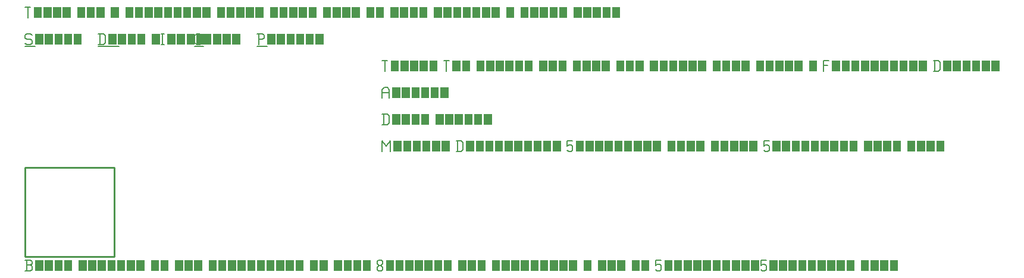
<source format=gbr>
G04 start of page 3 for group -1 layer_idx 16777221 *
G04 Title: Two lines, one over the other, full cover, <virtual group> *
G04 Creator: <version>
G04 CreationDate: <date>
G04 For:  *
G04 Format: Gerber/RS-274X *
G04 PCB-Dimensions: 50000 50000 *
G04 PCB-Coordinate-Origin: lower left *
%MOIN*%
%FSLAX25Y25*%
%LNFAB*%
%ADD14C,0.0100*%
%ADD13C,0.0001*%
%ADD12C,0.0060*%
G54D12*X3000Y125000D02*X3750Y124250D01*
X750Y125000D02*X3000D01*
X0Y124250D02*X750Y125000D01*
X0Y124250D02*Y122750D01*
X750Y122000D01*
X3000D01*
X3750Y121250D01*
Y119750D01*
X3000Y119000D02*X3750Y119750D01*
X750Y119000D02*X3000D01*
X0Y119750D02*X750Y119000D01*
G54D13*G36*
X5550Y125000D02*Y119000D01*
X10050D01*
Y125000D01*
X5550D01*
G37*
G36*
X10950D02*Y119000D01*
X15450D01*
Y125000D01*
X10950D01*
G37*
G36*
X16350D02*Y119000D01*
X20850D01*
Y125000D01*
X16350D01*
G37*
G36*
X21750D02*Y119000D01*
X26250D01*
Y125000D01*
X21750D01*
G37*
G36*
X27150D02*Y119000D01*
X31650D01*
Y125000D01*
X27150D01*
G37*
G54D12*X0Y118000D02*X5550D01*
X41750Y125000D02*Y119000D01*
X43700Y125000D02*X44750Y123950D01*
Y120050D01*
X43700Y119000D02*X44750Y120050D01*
X41000Y119000D02*X43700D01*
X41000Y125000D02*X43700D01*
G54D13*G36*
X46550D02*Y119000D01*
X51050D01*
Y125000D01*
X46550D01*
G37*
G36*
X51950D02*Y119000D01*
X56450D01*
Y125000D01*
X51950D01*
G37*
G36*
X57350D02*Y119000D01*
X61850D01*
Y125000D01*
X57350D01*
G37*
G36*
X62750D02*Y119000D01*
X67250D01*
Y125000D01*
X62750D01*
G37*
G36*
X70850D02*Y119000D01*
X75350D01*
Y125000D01*
X70850D01*
G37*
G54D12*X76250D02*X77750D01*
X77000D02*Y119000D01*
X76250D02*X77750D01*
G54D13*G36*
X79550Y125000D02*Y119000D01*
X84050D01*
Y125000D01*
X79550D01*
G37*
G36*
X84950D02*Y119000D01*
X89450D01*
Y125000D01*
X84950D01*
G37*
G36*
X90350D02*Y119000D01*
X94850D01*
Y125000D01*
X90350D01*
G37*
G36*
X95750D02*Y119000D01*
X100250D01*
Y125000D01*
X95750D01*
G37*
G54D12*X41000Y118000D02*X52550D01*
X96050Y119000D02*X98000D01*
X95000Y120050D02*X96050Y119000D01*
X95000Y123950D02*Y120050D01*
Y123950D02*X96050Y125000D01*
X98000D01*
G54D13*G36*
X99800D02*Y119000D01*
X104300D01*
Y125000D01*
X99800D01*
G37*
G36*
X105200D02*Y119000D01*
X109700D01*
Y125000D01*
X105200D01*
G37*
G36*
X110600D02*Y119000D01*
X115100D01*
Y125000D01*
X110600D01*
G37*
G36*
X116000D02*Y119000D01*
X120500D01*
Y125000D01*
X116000D01*
G37*
G54D12*X95000Y118000D02*X99800D01*
X130750Y125000D02*Y119000D01*
X130000Y125000D02*X133000D01*
X133750Y124250D01*
Y122750D01*
X133000Y122000D02*X133750Y122750D01*
X130750Y122000D02*X133000D01*
G54D13*G36*
X135550Y125000D02*Y119000D01*
X140050D01*
Y125000D01*
X135550D01*
G37*
G36*
X140950D02*Y119000D01*
X145450D01*
Y125000D01*
X140950D01*
G37*
G36*
X146350D02*Y119000D01*
X150850D01*
Y125000D01*
X146350D01*
G37*
G36*
X151750D02*Y119000D01*
X156250D01*
Y125000D01*
X151750D01*
G37*
G36*
X157150D02*Y119000D01*
X161650D01*
Y125000D01*
X157150D01*
G37*
G36*
X162550D02*Y119000D01*
X167050D01*
Y125000D01*
X162550D01*
G37*
G54D12*X130000Y118000D02*X135550D01*
X0Y140000D02*X3000D01*
X1500D02*Y134000D01*
G54D13*G36*
X4800Y140000D02*Y134000D01*
X9300D01*
Y140000D01*
X4800D01*
G37*
G36*
X10200D02*Y134000D01*
X14700D01*
Y140000D01*
X10200D01*
G37*
G36*
X15600D02*Y134000D01*
X20100D01*
Y140000D01*
X15600D01*
G37*
G36*
X21000D02*Y134000D01*
X25500D01*
Y140000D01*
X21000D01*
G37*
G36*
X29100D02*Y134000D01*
X33600D01*
Y140000D01*
X29100D01*
G37*
G36*
X34500D02*Y134000D01*
X39000D01*
Y140000D01*
X34500D01*
G37*
G36*
X39900D02*Y134000D01*
X44400D01*
Y140000D01*
X39900D01*
G37*
G36*
X48000D02*Y134000D01*
X52500D01*
Y140000D01*
X48000D01*
G37*
G36*
X56100D02*Y134000D01*
X60600D01*
Y140000D01*
X56100D01*
G37*
G36*
X61500D02*Y134000D01*
X66000D01*
Y140000D01*
X61500D01*
G37*
G36*
X66900D02*Y134000D01*
X71400D01*
Y140000D01*
X66900D01*
G37*
G36*
X72300D02*Y134000D01*
X76800D01*
Y140000D01*
X72300D01*
G37*
G36*
X77700D02*Y134000D01*
X82200D01*
Y140000D01*
X77700D01*
G37*
G36*
X83100D02*Y134000D01*
X87600D01*
Y140000D01*
X83100D01*
G37*
G36*
X88500D02*Y134000D01*
X93000D01*
Y140000D01*
X88500D01*
G37*
G36*
X93900D02*Y134000D01*
X98400D01*
Y140000D01*
X93900D01*
G37*
G36*
X99300D02*Y134000D01*
X103800D01*
Y140000D01*
X99300D01*
G37*
G36*
X107400D02*Y134000D01*
X111900D01*
Y140000D01*
X107400D01*
G37*
G36*
X112800D02*Y134000D01*
X117300D01*
Y140000D01*
X112800D01*
G37*
G36*
X118200D02*Y134000D01*
X122700D01*
Y140000D01*
X118200D01*
G37*
G36*
X123600D02*Y134000D01*
X128100D01*
Y140000D01*
X123600D01*
G37*
G36*
X129000D02*Y134000D01*
X133500D01*
Y140000D01*
X129000D01*
G37*
G36*
X137100D02*Y134000D01*
X141600D01*
Y140000D01*
X137100D01*
G37*
G36*
X142500D02*Y134000D01*
X147000D01*
Y140000D01*
X142500D01*
G37*
G36*
X147900D02*Y134000D01*
X152400D01*
Y140000D01*
X147900D01*
G37*
G36*
X153300D02*Y134000D01*
X157800D01*
Y140000D01*
X153300D01*
G37*
G36*
X158700D02*Y134000D01*
X163200D01*
Y140000D01*
X158700D01*
G37*
G36*
X166800D02*Y134000D01*
X171300D01*
Y140000D01*
X166800D01*
G37*
G36*
X172200D02*Y134000D01*
X176700D01*
Y140000D01*
X172200D01*
G37*
G36*
X177600D02*Y134000D01*
X182100D01*
Y140000D01*
X177600D01*
G37*
G36*
X183000D02*Y134000D01*
X187500D01*
Y140000D01*
X183000D01*
G37*
G36*
X191100D02*Y134000D01*
X195600D01*
Y140000D01*
X191100D01*
G37*
G36*
X196500D02*Y134000D01*
X201000D01*
Y140000D01*
X196500D01*
G37*
G36*
X204600D02*Y134000D01*
X209100D01*
Y140000D01*
X204600D01*
G37*
G36*
X210000D02*Y134000D01*
X214500D01*
Y140000D01*
X210000D01*
G37*
G36*
X215400D02*Y134000D01*
X219900D01*
Y140000D01*
X215400D01*
G37*
G36*
X220800D02*Y134000D01*
X225300D01*
Y140000D01*
X220800D01*
G37*
G36*
X228900D02*Y134000D01*
X233400D01*
Y140000D01*
X228900D01*
G37*
G36*
X234300D02*Y134000D01*
X238800D01*
Y140000D01*
X234300D01*
G37*
G36*
X239700D02*Y134000D01*
X244200D01*
Y140000D01*
X239700D01*
G37*
G36*
X245100D02*Y134000D01*
X249600D01*
Y140000D01*
X245100D01*
G37*
G36*
X250500D02*Y134000D01*
X255000D01*
Y140000D01*
X250500D01*
G37*
G36*
X255900D02*Y134000D01*
X260400D01*
Y140000D01*
X255900D01*
G37*
G36*
X261300D02*Y134000D01*
X265800D01*
Y140000D01*
X261300D01*
G37*
G36*
X269400D02*Y134000D01*
X273900D01*
Y140000D01*
X269400D01*
G37*
G36*
X277500D02*Y134000D01*
X282000D01*
Y140000D01*
X277500D01*
G37*
G36*
X282900D02*Y134000D01*
X287400D01*
Y140000D01*
X282900D01*
G37*
G36*
X288300D02*Y134000D01*
X292800D01*
Y140000D01*
X288300D01*
G37*
G36*
X293700D02*Y134000D01*
X298200D01*
Y140000D01*
X293700D01*
G37*
G36*
X299100D02*Y134000D01*
X303600D01*
Y140000D01*
X299100D01*
G37*
G36*
X307200D02*Y134000D01*
X311700D01*
Y140000D01*
X307200D01*
G37*
G36*
X312600D02*Y134000D01*
X317100D01*
Y140000D01*
X312600D01*
G37*
G36*
X318000D02*Y134000D01*
X322500D01*
Y140000D01*
X318000D01*
G37*
G36*
X323400D02*Y134000D01*
X327900D01*
Y140000D01*
X323400D01*
G37*
G36*
X328800D02*Y134000D01*
X333300D01*
Y140000D01*
X328800D01*
G37*
G54D14*X0Y50000D02*X50000D01*
X0D02*Y0D01*
X50000Y50000D02*Y0D01*
X0D02*X50000D01*
G54D12*X200000Y65000D02*Y59000D01*
Y65000D02*X202250Y62000D01*
X204500Y65000D01*
Y59000D01*
G54D13*G36*
X206300Y65000D02*Y59000D01*
X210800D01*
Y65000D01*
X206300D01*
G37*
G36*
X211700D02*Y59000D01*
X216200D01*
Y65000D01*
X211700D01*
G37*
G36*
X217100D02*Y59000D01*
X221600D01*
Y65000D01*
X217100D01*
G37*
G36*
X222500D02*Y59000D01*
X227000D01*
Y65000D01*
X222500D01*
G37*
G36*
X227900D02*Y59000D01*
X232400D01*
Y65000D01*
X227900D01*
G37*
G36*
X233300D02*Y59000D01*
X237800D01*
Y65000D01*
X233300D01*
G37*
G54D12*X242150D02*Y59000D01*
X244100Y65000D02*X245150Y63950D01*
Y60050D01*
X244100Y59000D02*X245150Y60050D01*
X241400Y59000D02*X244100D01*
X241400Y65000D02*X244100D01*
G54D13*G36*
X246950D02*Y59000D01*
X251450D01*
Y65000D01*
X246950D01*
G37*
G36*
X252350D02*Y59000D01*
X256850D01*
Y65000D01*
X252350D01*
G37*
G36*
X257750D02*Y59000D01*
X262250D01*
Y65000D01*
X257750D01*
G37*
G36*
X263150D02*Y59000D01*
X267650D01*
Y65000D01*
X263150D01*
G37*
G36*
X268550D02*Y59000D01*
X273050D01*
Y65000D01*
X268550D01*
G37*
G36*
X273950D02*Y59000D01*
X278450D01*
Y65000D01*
X273950D01*
G37*
G36*
X279350D02*Y59000D01*
X283850D01*
Y65000D01*
X279350D01*
G37*
G36*
X284750D02*Y59000D01*
X289250D01*
Y65000D01*
X284750D01*
G37*
G36*
X290150D02*Y59000D01*
X294650D01*
Y65000D01*
X290150D01*
G37*
G36*
X295550D02*Y59000D01*
X300050D01*
Y65000D01*
X295550D01*
G37*
G54D12*X303650D02*X306650D01*
X303650D02*Y62000D01*
X304400Y62750D01*
X305900D01*
X306650Y62000D01*
Y59750D01*
X305900Y59000D02*X306650Y59750D01*
X304400Y59000D02*X305900D01*
X303650Y59750D02*X304400Y59000D01*
G54D13*G36*
X308450Y65000D02*Y59000D01*
X312950D01*
Y65000D01*
X308450D01*
G37*
G36*
X313850D02*Y59000D01*
X318350D01*
Y65000D01*
X313850D01*
G37*
G36*
X319250D02*Y59000D01*
X323750D01*
Y65000D01*
X319250D01*
G37*
G36*
X324650D02*Y59000D01*
X329150D01*
Y65000D01*
X324650D01*
G37*
G36*
X330050D02*Y59000D01*
X334550D01*
Y65000D01*
X330050D01*
G37*
G36*
X335450D02*Y59000D01*
X339950D01*
Y65000D01*
X335450D01*
G37*
G36*
X340850D02*Y59000D01*
X345350D01*
Y65000D01*
X340850D01*
G37*
G36*
X346250D02*Y59000D01*
X350750D01*
Y65000D01*
X346250D01*
G37*
G36*
X351650D02*Y59000D01*
X356150D01*
Y65000D01*
X351650D01*
G37*
G36*
X359750D02*Y59000D01*
X364250D01*
Y65000D01*
X359750D01*
G37*
G36*
X365150D02*Y59000D01*
X369650D01*
Y65000D01*
X365150D01*
G37*
G36*
X370550D02*Y59000D01*
X375050D01*
Y65000D01*
X370550D01*
G37*
G36*
X375950D02*Y59000D01*
X380450D01*
Y65000D01*
X375950D01*
G37*
G36*
X384050D02*Y59000D01*
X388550D01*
Y65000D01*
X384050D01*
G37*
G36*
X389450D02*Y59000D01*
X393950D01*
Y65000D01*
X389450D01*
G37*
G36*
X394850D02*Y59000D01*
X399350D01*
Y65000D01*
X394850D01*
G37*
G36*
X400250D02*Y59000D01*
X404750D01*
Y65000D01*
X400250D01*
G37*
G36*
X405650D02*Y59000D01*
X410150D01*
Y65000D01*
X405650D01*
G37*
G54D12*X413750D02*X416750D01*
X413750D02*Y62000D01*
X414500Y62750D01*
X416000D01*
X416750Y62000D01*
Y59750D01*
X416000Y59000D02*X416750Y59750D01*
X414500Y59000D02*X416000D01*
X413750Y59750D02*X414500Y59000D01*
G54D13*G36*
X418550Y65000D02*Y59000D01*
X423050D01*
Y65000D01*
X418550D01*
G37*
G36*
X423950D02*Y59000D01*
X428450D01*
Y65000D01*
X423950D01*
G37*
G36*
X429350D02*Y59000D01*
X433850D01*
Y65000D01*
X429350D01*
G37*
G36*
X434750D02*Y59000D01*
X439250D01*
Y65000D01*
X434750D01*
G37*
G36*
X440150D02*Y59000D01*
X444650D01*
Y65000D01*
X440150D01*
G37*
G36*
X445550D02*Y59000D01*
X450050D01*
Y65000D01*
X445550D01*
G37*
G36*
X450950D02*Y59000D01*
X455450D01*
Y65000D01*
X450950D01*
G37*
G36*
X456350D02*Y59000D01*
X460850D01*
Y65000D01*
X456350D01*
G37*
G36*
X461750D02*Y59000D01*
X466250D01*
Y65000D01*
X461750D01*
G37*
G36*
X469850D02*Y59000D01*
X474350D01*
Y65000D01*
X469850D01*
G37*
G36*
X475250D02*Y59000D01*
X479750D01*
Y65000D01*
X475250D01*
G37*
G36*
X480650D02*Y59000D01*
X485150D01*
Y65000D01*
X480650D01*
G37*
G36*
X486050D02*Y59000D01*
X490550D01*
Y65000D01*
X486050D01*
G37*
G36*
X494150D02*Y59000D01*
X498650D01*
Y65000D01*
X494150D01*
G37*
G36*
X499550D02*Y59000D01*
X504050D01*
Y65000D01*
X499550D01*
G37*
G36*
X504950D02*Y59000D01*
X509450D01*
Y65000D01*
X504950D01*
G37*
G36*
X510350D02*Y59000D01*
X514850D01*
Y65000D01*
X510350D01*
G37*
G54D12*X0Y-8000D02*X3000D01*
X3750Y-7250D01*
Y-5450D02*Y-7250D01*
X3000Y-4700D02*X3750Y-5450D01*
X750Y-4700D02*X3000D01*
X750Y-2000D02*Y-8000D01*
X0Y-2000D02*X3000D01*
X3750Y-2750D01*
Y-3950D01*
X3000Y-4700D02*X3750Y-3950D01*
G54D13*G36*
X5550Y-2000D02*Y-8000D01*
X10050D01*
Y-2000D01*
X5550D01*
G37*
G36*
X10950D02*Y-8000D01*
X15450D01*
Y-2000D01*
X10950D01*
G37*
G36*
X16350D02*Y-8000D01*
X20850D01*
Y-2000D01*
X16350D01*
G37*
G36*
X21750D02*Y-8000D01*
X26250D01*
Y-2000D01*
X21750D01*
G37*
G36*
X29850D02*Y-8000D01*
X34350D01*
Y-2000D01*
X29850D01*
G37*
G36*
X35250D02*Y-8000D01*
X39750D01*
Y-2000D01*
X35250D01*
G37*
G36*
X40650D02*Y-8000D01*
X45150D01*
Y-2000D01*
X40650D01*
G37*
G36*
X46050D02*Y-8000D01*
X50550D01*
Y-2000D01*
X46050D01*
G37*
G36*
X51450D02*Y-8000D01*
X55950D01*
Y-2000D01*
X51450D01*
G37*
G36*
X56850D02*Y-8000D01*
X61350D01*
Y-2000D01*
X56850D01*
G37*
G36*
X62250D02*Y-8000D01*
X66750D01*
Y-2000D01*
X62250D01*
G37*
G36*
X70350D02*Y-8000D01*
X74850D01*
Y-2000D01*
X70350D01*
G37*
G36*
X75750D02*Y-8000D01*
X80250D01*
Y-2000D01*
X75750D01*
G37*
G36*
X83850D02*Y-8000D01*
X88350D01*
Y-2000D01*
X83850D01*
G37*
G36*
X89250D02*Y-8000D01*
X93750D01*
Y-2000D01*
X89250D01*
G37*
G36*
X94650D02*Y-8000D01*
X99150D01*
Y-2000D01*
X94650D01*
G37*
G36*
X102750D02*Y-8000D01*
X107250D01*
Y-2000D01*
X102750D01*
G37*
G36*
X108150D02*Y-8000D01*
X112650D01*
Y-2000D01*
X108150D01*
G37*
G36*
X113550D02*Y-8000D01*
X118050D01*
Y-2000D01*
X113550D01*
G37*
G36*
X118950D02*Y-8000D01*
X123450D01*
Y-2000D01*
X118950D01*
G37*
G36*
X124350D02*Y-8000D01*
X128850D01*
Y-2000D01*
X124350D01*
G37*
G36*
X129750D02*Y-8000D01*
X134250D01*
Y-2000D01*
X129750D01*
G37*
G36*
X135150D02*Y-8000D01*
X139650D01*
Y-2000D01*
X135150D01*
G37*
G36*
X140550D02*Y-8000D01*
X145050D01*
Y-2000D01*
X140550D01*
G37*
G36*
X145950D02*Y-8000D01*
X150450D01*
Y-2000D01*
X145950D01*
G37*
G36*
X151350D02*Y-8000D01*
X155850D01*
Y-2000D01*
X151350D01*
G37*
G36*
X159450D02*Y-8000D01*
X163950D01*
Y-2000D01*
X159450D01*
G37*
G36*
X164850D02*Y-8000D01*
X169350D01*
Y-2000D01*
X164850D01*
G37*
G36*
X172950D02*Y-8000D01*
X177450D01*
Y-2000D01*
X172950D01*
G37*
G36*
X178350D02*Y-8000D01*
X182850D01*
Y-2000D01*
X178350D01*
G37*
G36*
X183750D02*Y-8000D01*
X188250D01*
Y-2000D01*
X183750D01*
G37*
G36*
X189150D02*Y-8000D01*
X193650D01*
Y-2000D01*
X189150D01*
G37*
G54D12*X197250Y-7250D02*X198000Y-8000D01*
X197250Y-6050D02*Y-7250D01*
Y-6050D02*X198300Y-5000D01*
X199200D01*
X200250Y-6050D01*
Y-7250D01*
X199500Y-8000D02*X200250Y-7250D01*
X198000Y-8000D02*X199500D01*
X197250Y-3950D02*X198300Y-5000D01*
X197250Y-2750D02*Y-3950D01*
Y-2750D02*X198000Y-2000D01*
X199500D01*
X200250Y-2750D01*
Y-3950D01*
X199200Y-5000D02*X200250Y-3950D01*
G54D13*G36*
X202050Y-2000D02*Y-8000D01*
X206550D01*
Y-2000D01*
X202050D01*
G37*
G36*
X207450D02*Y-8000D01*
X211950D01*
Y-2000D01*
X207450D01*
G37*
G36*
X212850D02*Y-8000D01*
X217350D01*
Y-2000D01*
X212850D01*
G37*
G36*
X218250D02*Y-8000D01*
X222750D01*
Y-2000D01*
X218250D01*
G37*
G36*
X223650D02*Y-8000D01*
X228150D01*
Y-2000D01*
X223650D01*
G37*
G36*
X229050D02*Y-8000D01*
X233550D01*
Y-2000D01*
X229050D01*
G37*
G36*
X234450D02*Y-8000D01*
X238950D01*
Y-2000D01*
X234450D01*
G37*
G36*
X242550D02*Y-8000D01*
X247050D01*
Y-2000D01*
X242550D01*
G37*
G36*
X247950D02*Y-8000D01*
X252450D01*
Y-2000D01*
X247950D01*
G37*
G36*
X253350D02*Y-8000D01*
X257850D01*
Y-2000D01*
X253350D01*
G37*
G36*
X261450D02*Y-8000D01*
X265950D01*
Y-2000D01*
X261450D01*
G37*
G36*
X266850D02*Y-8000D01*
X271350D01*
Y-2000D01*
X266850D01*
G37*
G36*
X272250D02*Y-8000D01*
X276750D01*
Y-2000D01*
X272250D01*
G37*
G36*
X277650D02*Y-8000D01*
X282150D01*
Y-2000D01*
X277650D01*
G37*
G36*
X283050D02*Y-8000D01*
X287550D01*
Y-2000D01*
X283050D01*
G37*
G36*
X288450D02*Y-8000D01*
X292950D01*
Y-2000D01*
X288450D01*
G37*
G36*
X293850D02*Y-8000D01*
X298350D01*
Y-2000D01*
X293850D01*
G37*
G36*
X299250D02*Y-8000D01*
X303750D01*
Y-2000D01*
X299250D01*
G37*
G36*
X304650D02*Y-8000D01*
X309150D01*
Y-2000D01*
X304650D01*
G37*
G36*
X312750D02*Y-8000D01*
X317250D01*
Y-2000D01*
X312750D01*
G37*
G36*
X320850D02*Y-8000D01*
X325350D01*
Y-2000D01*
X320850D01*
G37*
G36*
X326250D02*Y-8000D01*
X330750D01*
Y-2000D01*
X326250D01*
G37*
G36*
X331650D02*Y-8000D01*
X336150D01*
Y-2000D01*
X331650D01*
G37*
G36*
X339750D02*Y-8000D01*
X344250D01*
Y-2000D01*
X339750D01*
G37*
G36*
X345150D02*Y-8000D01*
X349650D01*
Y-2000D01*
X345150D01*
G37*
G54D12*X353250D02*X356250D01*
X353250D02*Y-5000D01*
X354000Y-4250D01*
X355500D01*
X356250Y-5000D01*
Y-7250D01*
X355500Y-8000D02*X356250Y-7250D01*
X354000Y-8000D02*X355500D01*
X353250Y-7250D02*X354000Y-8000D01*
G54D13*G36*
X358050Y-2000D02*Y-8000D01*
X362550D01*
Y-2000D01*
X358050D01*
G37*
G36*
X363450D02*Y-8000D01*
X367950D01*
Y-2000D01*
X363450D01*
G37*
G36*
X368850D02*Y-8000D01*
X373350D01*
Y-2000D01*
X368850D01*
G37*
G36*
X374250D02*Y-8000D01*
X378750D01*
Y-2000D01*
X374250D01*
G37*
G36*
X379650D02*Y-8000D01*
X384150D01*
Y-2000D01*
X379650D01*
G37*
G36*
X385050D02*Y-8000D01*
X389550D01*
Y-2000D01*
X385050D01*
G37*
G36*
X390450D02*Y-8000D01*
X394950D01*
Y-2000D01*
X390450D01*
G37*
G36*
X395850D02*Y-8000D01*
X400350D01*
Y-2000D01*
X395850D01*
G37*
G36*
X401250D02*Y-8000D01*
X405750D01*
Y-2000D01*
X401250D01*
G37*
G36*
X406650D02*Y-8000D01*
X411150D01*
Y-2000D01*
X406650D01*
G37*
G54D12*X412050D02*X415050D01*
X412050D02*Y-5000D01*
X412800Y-4250D01*
X414300D01*
X415050Y-5000D01*
Y-7250D01*
X414300Y-8000D02*X415050Y-7250D01*
X412800Y-8000D02*X414300D01*
X412050Y-7250D02*X412800Y-8000D01*
G54D13*G36*
X416850Y-2000D02*Y-8000D01*
X421350D01*
Y-2000D01*
X416850D01*
G37*
G36*
X422250D02*Y-8000D01*
X426750D01*
Y-2000D01*
X422250D01*
G37*
G36*
X427650D02*Y-8000D01*
X432150D01*
Y-2000D01*
X427650D01*
G37*
G36*
X433050D02*Y-8000D01*
X437550D01*
Y-2000D01*
X433050D01*
G37*
G36*
X438450D02*Y-8000D01*
X442950D01*
Y-2000D01*
X438450D01*
G37*
G36*
X443850D02*Y-8000D01*
X448350D01*
Y-2000D01*
X443850D01*
G37*
G36*
X449250D02*Y-8000D01*
X453750D01*
Y-2000D01*
X449250D01*
G37*
G36*
X454650D02*Y-8000D01*
X459150D01*
Y-2000D01*
X454650D01*
G37*
G36*
X460050D02*Y-8000D01*
X464550D01*
Y-2000D01*
X460050D01*
G37*
G36*
X468150D02*Y-8000D01*
X472650D01*
Y-2000D01*
X468150D01*
G37*
G36*
X473550D02*Y-8000D01*
X478050D01*
Y-2000D01*
X473550D01*
G37*
G36*
X478950D02*Y-8000D01*
X483450D01*
Y-2000D01*
X478950D01*
G37*
G36*
X484350D02*Y-8000D01*
X488850D01*
Y-2000D01*
X484350D01*
G37*
G54D12*X200750Y80000D02*Y74000D01*
X202700Y80000D02*X203750Y78950D01*
Y75050D01*
X202700Y74000D02*X203750Y75050D01*
X200000Y74000D02*X202700D01*
X200000Y80000D02*X202700D01*
G54D13*G36*
X205550D02*Y74000D01*
X210050D01*
Y80000D01*
X205550D01*
G37*
G36*
X210950D02*Y74000D01*
X215450D01*
Y80000D01*
X210950D01*
G37*
G36*
X216350D02*Y74000D01*
X220850D01*
Y80000D01*
X216350D01*
G37*
G36*
X221750D02*Y74000D01*
X226250D01*
Y80000D01*
X221750D01*
G37*
G36*
X229850D02*Y74000D01*
X234350D01*
Y80000D01*
X229850D01*
G37*
G36*
X235250D02*Y74000D01*
X239750D01*
Y80000D01*
X235250D01*
G37*
G36*
X240650D02*Y74000D01*
X245150D01*
Y80000D01*
X240650D01*
G37*
G36*
X246050D02*Y74000D01*
X250550D01*
Y80000D01*
X246050D01*
G37*
G36*
X251450D02*Y74000D01*
X255950D01*
Y80000D01*
X251450D01*
G37*
G36*
X256850D02*Y74000D01*
X261350D01*
Y80000D01*
X256850D01*
G37*
G54D12*X200000Y93500D02*Y89000D01*
Y93500D02*X201050Y95000D01*
X202700D01*
X203750Y93500D01*
Y89000D01*
X200000Y92000D02*X203750D01*
G54D13*G36*
X205550Y95000D02*Y89000D01*
X210050D01*
Y95000D01*
X205550D01*
G37*
G36*
X210950D02*Y89000D01*
X215450D01*
Y95000D01*
X210950D01*
G37*
G36*
X216350D02*Y89000D01*
X220850D01*
Y95000D01*
X216350D01*
G37*
G36*
X221750D02*Y89000D01*
X226250D01*
Y95000D01*
X221750D01*
G37*
G36*
X227150D02*Y89000D01*
X231650D01*
Y95000D01*
X227150D01*
G37*
G36*
X232550D02*Y89000D01*
X237050D01*
Y95000D01*
X232550D01*
G37*
G54D12*X200000Y110000D02*X203000D01*
X201500D02*Y104000D01*
G54D13*G36*
X204800Y110000D02*Y104000D01*
X209300D01*
Y110000D01*
X204800D01*
G37*
G36*
X210200D02*Y104000D01*
X214700D01*
Y110000D01*
X210200D01*
G37*
G36*
X215600D02*Y104000D01*
X220100D01*
Y110000D01*
X215600D01*
G37*
G36*
X221000D02*Y104000D01*
X225500D01*
Y110000D01*
X221000D01*
G37*
G36*
X226400D02*Y104000D01*
X230900D01*
Y110000D01*
X226400D01*
G37*
G54D12*X234500D02*X237500D01*
X236000D02*Y104000D01*
G54D13*G36*
X239300Y110000D02*Y104000D01*
X243800D01*
Y110000D01*
X239300D01*
G37*
G36*
X244700D02*Y104000D01*
X249200D01*
Y110000D01*
X244700D01*
G37*
G36*
X252800D02*Y104000D01*
X257300D01*
Y110000D01*
X252800D01*
G37*
G36*
X258200D02*Y104000D01*
X262700D01*
Y110000D01*
X258200D01*
G37*
G36*
X263600D02*Y104000D01*
X268100D01*
Y110000D01*
X263600D01*
G37*
G36*
X269000D02*Y104000D01*
X273500D01*
Y110000D01*
X269000D01*
G37*
G36*
X274400D02*Y104000D01*
X278900D01*
Y110000D01*
X274400D01*
G37*
G36*
X279800D02*Y104000D01*
X284300D01*
Y110000D01*
X279800D01*
G37*
G36*
X287900D02*Y104000D01*
X292400D01*
Y110000D01*
X287900D01*
G37*
G36*
X293300D02*Y104000D01*
X297800D01*
Y110000D01*
X293300D01*
G37*
G36*
X298700D02*Y104000D01*
X303200D01*
Y110000D01*
X298700D01*
G37*
G36*
X306800D02*Y104000D01*
X311300D01*
Y110000D01*
X306800D01*
G37*
G36*
X312200D02*Y104000D01*
X316700D01*
Y110000D01*
X312200D01*
G37*
G36*
X317600D02*Y104000D01*
X322100D01*
Y110000D01*
X317600D01*
G37*
G36*
X323000D02*Y104000D01*
X327500D01*
Y110000D01*
X323000D01*
G37*
G36*
X331100D02*Y104000D01*
X335600D01*
Y110000D01*
X331100D01*
G37*
G36*
X336500D02*Y104000D01*
X341000D01*
Y110000D01*
X336500D01*
G37*
G36*
X341900D02*Y104000D01*
X346400D01*
Y110000D01*
X341900D01*
G37*
G36*
X350000D02*Y104000D01*
X354500D01*
Y110000D01*
X350000D01*
G37*
G36*
X355400D02*Y104000D01*
X359900D01*
Y110000D01*
X355400D01*
G37*
G36*
X360800D02*Y104000D01*
X365300D01*
Y110000D01*
X360800D01*
G37*
G36*
X366200D02*Y104000D01*
X370700D01*
Y110000D01*
X366200D01*
G37*
G36*
X371600D02*Y104000D01*
X376100D01*
Y110000D01*
X371600D01*
G37*
G36*
X377000D02*Y104000D01*
X381500D01*
Y110000D01*
X377000D01*
G37*
G36*
X385100D02*Y104000D01*
X389600D01*
Y110000D01*
X385100D01*
G37*
G36*
X390500D02*Y104000D01*
X395000D01*
Y110000D01*
X390500D01*
G37*
G36*
X395900D02*Y104000D01*
X400400D01*
Y110000D01*
X395900D01*
G37*
G36*
X401300D02*Y104000D01*
X405800D01*
Y110000D01*
X401300D01*
G37*
G36*
X409400D02*Y104000D01*
X413900D01*
Y110000D01*
X409400D01*
G37*
G36*
X414800D02*Y104000D01*
X419300D01*
Y110000D01*
X414800D01*
G37*
G36*
X420200D02*Y104000D01*
X424700D01*
Y110000D01*
X420200D01*
G37*
G36*
X425600D02*Y104000D01*
X430100D01*
Y110000D01*
X425600D01*
G37*
G36*
X431000D02*Y104000D01*
X435500D01*
Y110000D01*
X431000D01*
G37*
G36*
X439100D02*Y104000D01*
X443600D01*
Y110000D01*
X439100D01*
G37*
G54D12*X447200D02*Y104000D01*
Y110000D02*X450200D01*
X447200Y107300D02*X449450D01*
G54D13*G36*
X452000Y110000D02*Y104000D01*
X456500D01*
Y110000D01*
X452000D01*
G37*
G36*
X457400D02*Y104000D01*
X461900D01*
Y110000D01*
X457400D01*
G37*
G36*
X462800D02*Y104000D01*
X467300D01*
Y110000D01*
X462800D01*
G37*
G36*
X468200D02*Y104000D01*
X472700D01*
Y110000D01*
X468200D01*
G37*
G36*
X473600D02*Y104000D01*
X478100D01*
Y110000D01*
X473600D01*
G37*
G36*
X479000D02*Y104000D01*
X483500D01*
Y110000D01*
X479000D01*
G37*
G36*
X484400D02*Y104000D01*
X488900D01*
Y110000D01*
X484400D01*
G37*
G36*
X489800D02*Y104000D01*
X494300D01*
Y110000D01*
X489800D01*
G37*
G36*
X495200D02*Y104000D01*
X499700D01*
Y110000D01*
X495200D01*
G37*
G36*
X500600D02*Y104000D01*
X505100D01*
Y110000D01*
X500600D01*
G37*
G54D12*X509450D02*Y104000D01*
X511400Y110000D02*X512450Y108950D01*
Y105050D01*
X511400Y104000D02*X512450Y105050D01*
X508700Y104000D02*X511400D01*
X508700Y110000D02*X511400D01*
G54D13*G36*
X514250D02*Y104000D01*
X518750D01*
Y110000D01*
X514250D01*
G37*
G36*
X519650D02*Y104000D01*
X524150D01*
Y110000D01*
X519650D01*
G37*
G36*
X525050D02*Y104000D01*
X529550D01*
Y110000D01*
X525050D01*
G37*
G36*
X530450D02*Y104000D01*
X534950D01*
Y110000D01*
X530450D01*
G37*
G36*
X535850D02*Y104000D01*
X540350D01*
Y110000D01*
X535850D01*
G37*
G36*
X541250D02*Y104000D01*
X545750D01*
Y110000D01*
X541250D01*
G37*
M02*

</source>
